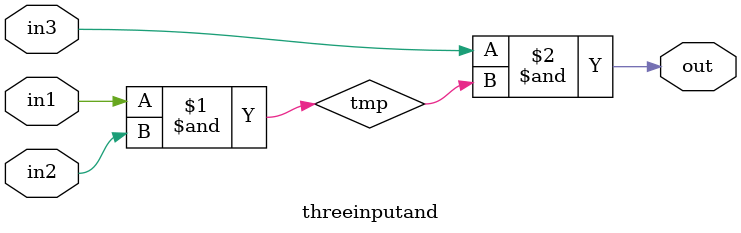
<source format=v>
module threeinputand(out, in1, in2, in3);
output out;
input in1, in2, in3;
	and a0(tmp, in1, in2);
	and a1(out, in3, tmp);
endmodule

</source>
